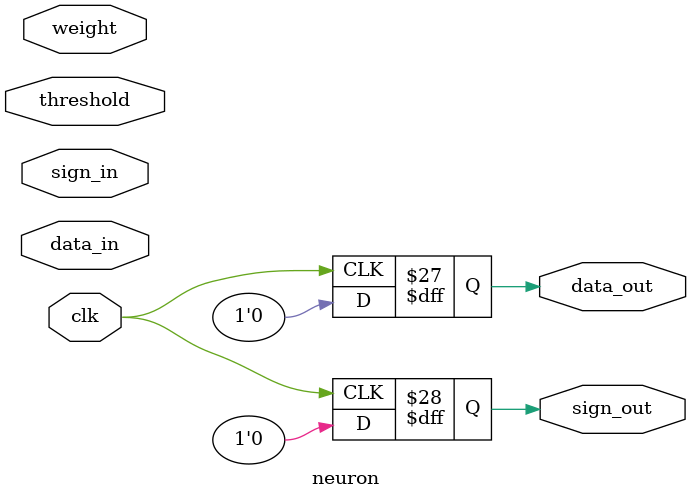
<source format=v>
`timescale 1ns / 1ps

module neuron (
  clk,
  weight,
  threshold,
  data_in,
  sign_in,
  data_out,
  sign_out
  );

  input clk, weight;
  input [3:0] threshold;
  input data_in, sign_in;
  output data_out, sign_out;
  // reg counter, data_out;
  reg [3:0] counter;
  reg data_out, sign_out;

  initial begin
    counter <= 4'b0;
    data_out <= 0;
    sign_out <= 0;
  end

  // The receiver
  always @ ( data_in, sign_in ) begin

    // debug block
    // $display ("counter= %d", (counter));
    // $display ("data_in=  %b", (data_in));
    // $display ("sign_in=  %b \n", (sign_in));

    if (data_in == 1 && sign_in == 1) // positive pulse
      begin
        counter <= counter + 1;
      end
    else if (data_in == 1 && sign_in == 0) // negative pulse
      begin
        counter <= (counter == 4'b0) ? 0 : counter - 1;
      end
  end

  // The transmitter
  always @ (negedge clk) begin
    if (counter >= threshold) begin // Threshold = 2
      data_out <= 1;
      sign_out <= weight;
      counter <= 4'b0;           // clear the counter
      #1 // generate the pulse
      data_out <= 0;
      sign_out <= 0;
    end else begin
      data_out <= 0;
      sign_out <= 0;
    end
  end

endmodule // neuron

</source>
